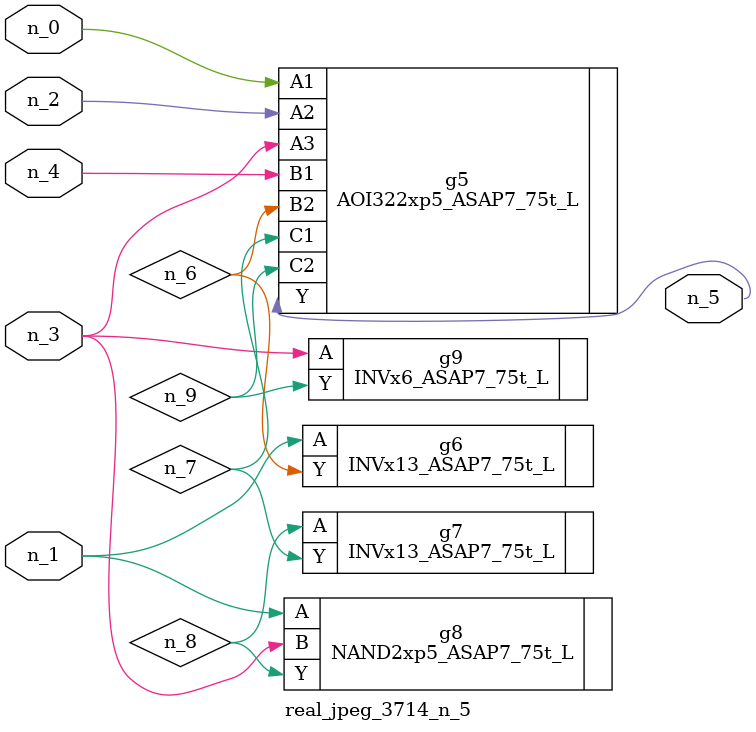
<source format=v>
module real_jpeg_3714_n_5 (n_4, n_0, n_1, n_2, n_3, n_5);

input n_4;
input n_0;
input n_1;
input n_2;
input n_3;

output n_5;

wire n_8;
wire n_6;
wire n_7;
wire n_9;

AOI322xp5_ASAP7_75t_L g5 ( 
.A1(n_0),
.A2(n_2),
.A3(n_3),
.B1(n_4),
.B2(n_6),
.C1(n_7),
.C2(n_9),
.Y(n_5)
);

INVx13_ASAP7_75t_L g6 ( 
.A(n_1),
.Y(n_6)
);

NAND2xp5_ASAP7_75t_L g8 ( 
.A(n_1),
.B(n_3),
.Y(n_8)
);

INVx6_ASAP7_75t_L g9 ( 
.A(n_3),
.Y(n_9)
);

INVx13_ASAP7_75t_L g7 ( 
.A(n_8),
.Y(n_7)
);


endmodule
</source>
